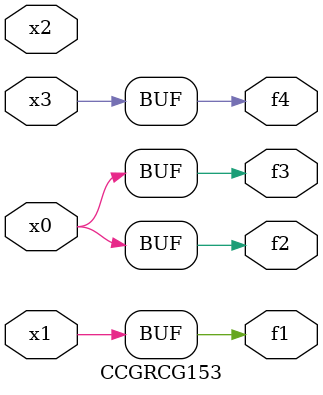
<source format=v>
module CCGRCG153(
	input x0, x1, x2, x3,
	output f1, f2, f3, f4
);
	assign f1 = x1;
	assign f2 = x0;
	assign f3 = x0;
	assign f4 = x3;
endmodule

</source>
